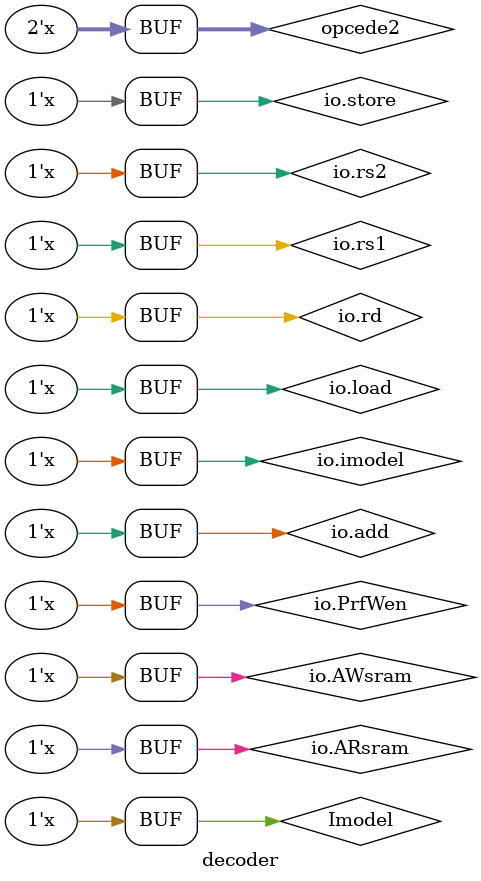
<source format=sv>
`include "interface.sv"
module decoder ( arb_if.decoder io
);
logic   [1:0]opcede2 = io.ins[31:30];

assign   io.add         = ~opcede2[0] & ~opcede2[1];
assign   io.load        =  opcede2[0] & ~opcede2[1];
assign   io.store       = ~opcede2[0] &  opcede2[1];

logic       Imodel = io.ins[29];

assign io.rs1 = {5{io.add }} & io.ins[29:25] ;
assign io.rs2 = {5{io.add }} & io.ins[24:20] ;
assign io.rd  = {5{io.add }} & io.ins[19:15] |
                {5{io.load }} & io.ins[20:13] |
                {5{io.store }} & 5'b00000;
assign io.AWsram =  {32{io.store }} & io.ins[28:21] ;
assign io.ARsram =  {32{io.load }} &  {32{~Imodel }} &io.ins[28:21] ;

assign io.imodel = Imodel;
assign io.PrfWen = io.load | io.add ;


                
// 31 30 29    28      21      20  13
// 11 1        1111_1111
    
endmodule
</source>
